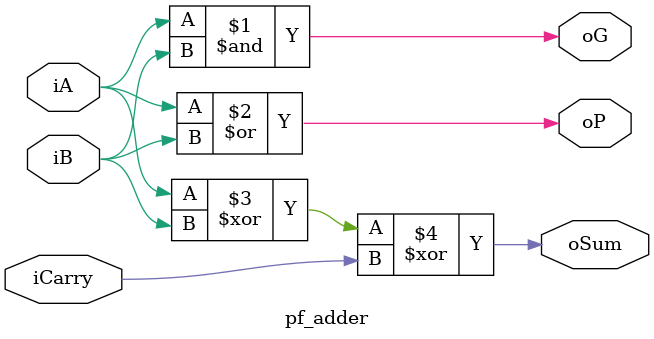
<source format=v>
`timescale 1ns / 1ps


module pf_adder(
    input wire iA, iB, iCarry,
    output wire oSum, oP, oG
    );
    
    assign oG = iA & iB;
    assign oP = iA | iB;
    assign oSum = (iA ^ iB) ^ iCarry;
     
endmodule

</source>
